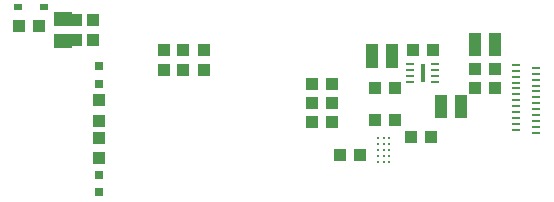
<source format=gbr>
G04 EAGLE Gerber RS-274X export*
G75*
%MOMM*%
%FSLAX34Y34*%
%LPD*%
%INSolderpaste Top*%
%IPPOS*%
%AMOC8*
5,1,8,0,0,1.08239X$1,22.5*%
G01*
%ADD10R,1.000000X1.100000*%
%ADD11R,1.500000X1.300000*%
%ADD12C,0.254000*%
%ADD13R,1.100000X1.000000*%
%ADD14R,0.800000X0.800000*%
%ADD15R,0.800000X0.500000*%
%ADD16R,0.750000X0.280000*%
%ADD17R,0.450000X1.600000*%
%ADD18R,0.700000X0.290000*%


D10*
X-160338Y137550D03*
X-160338Y154550D03*
X-174625Y137550D03*
X-174625Y154550D03*
D11*
X-185738Y136550D03*
X-185738Y155550D03*
D10*
X-205813Y149225D03*
X-222813Y149225D03*
D12*
X90725Y54450D03*
X90725Y49450D03*
X90725Y44450D03*
X90725Y39450D03*
X90725Y34450D03*
X85725Y54450D03*
X85725Y49450D03*
X85725Y44450D03*
X85725Y39450D03*
X85725Y34450D03*
X80725Y54450D03*
X80725Y49450D03*
X80725Y44450D03*
X80725Y39450D03*
X80725Y34450D03*
D13*
X95813Y69850D03*
X78813Y69850D03*
D10*
X48650Y39688D03*
X65650Y39688D03*
X125975Y55563D03*
X108975Y55563D03*
D14*
X-155575Y100450D03*
X-155575Y115450D03*
D13*
X-155575Y69288D03*
X-155575Y86288D03*
D15*
X-201725Y165100D03*
X-223725Y165100D03*
D10*
X24838Y68263D03*
X41838Y68263D03*
X24838Y100013D03*
X41838Y100013D03*
X24838Y84138D03*
X41838Y84138D03*
D13*
X-84138Y112150D03*
X-84138Y129150D03*
X-100013Y112150D03*
X-100013Y129150D03*
X-66675Y112150D03*
X-66675Y129150D03*
D10*
X162950Y96838D03*
X179950Y96838D03*
X162950Y112713D03*
X179950Y112713D03*
D13*
X151375Y85725D03*
X134375Y85725D03*
X179950Y138113D03*
X162950Y138113D03*
D10*
X179950Y128588D03*
X162950Y128588D03*
D13*
X78813Y96838D03*
X95813Y96838D03*
D10*
X151375Y76200D03*
X134375Y76200D03*
D13*
X127563Y128588D03*
X110563Y128588D03*
D10*
X75638Y128588D03*
X92638Y128588D03*
D13*
X75638Y119063D03*
X92638Y119063D03*
D16*
X129563Y102038D03*
X129563Y107038D03*
X129563Y112038D03*
X129563Y117038D03*
X108563Y117038D03*
X108563Y112038D03*
X108563Y107038D03*
X108563Y102038D03*
D17*
X119063Y109538D03*
D18*
X198188Y61400D03*
X198188Y66400D03*
X198188Y71400D03*
X198188Y76400D03*
X198188Y81400D03*
X198188Y86400D03*
X198188Y91400D03*
X198188Y96400D03*
X198188Y101400D03*
X198188Y106400D03*
X198188Y111400D03*
X198188Y116400D03*
X215188Y113900D03*
X215188Y108900D03*
X215188Y103900D03*
X215188Y98900D03*
X215188Y93900D03*
X215188Y88900D03*
X215188Y83900D03*
X215188Y78900D03*
X215188Y73900D03*
X215188Y68900D03*
X215188Y63900D03*
X215188Y58900D03*
D14*
X-155575Y23375D03*
X-155575Y8375D03*
D13*
X-155575Y54538D03*
X-155575Y37538D03*
M02*

</source>
